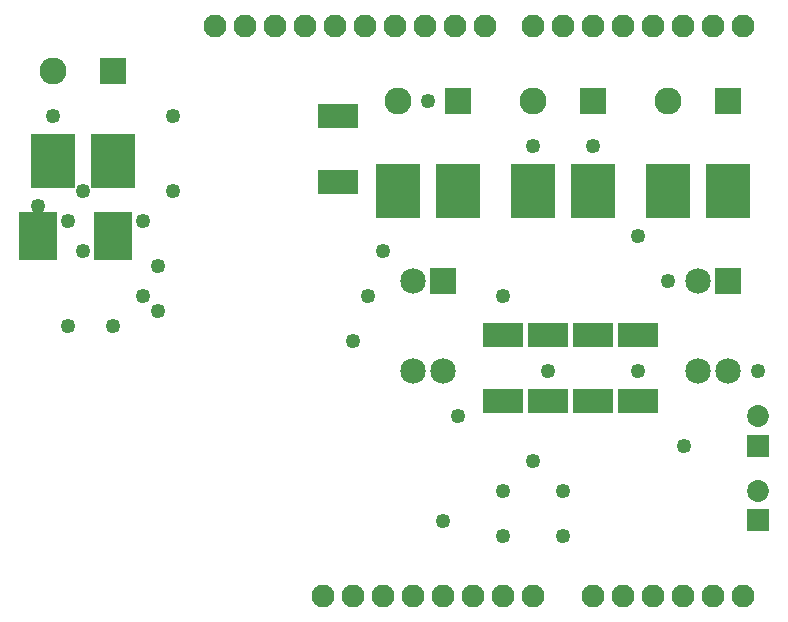
<source format=gts>
G04 MADE WITH FRITZING*
G04 WWW.FRITZING.ORG*
G04 DOUBLE SIDED*
G04 HOLES PLATED*
G04 CONTOUR ON CENTER OF CONTOUR VECTOR*
%ASAXBY*%
%FSLAX23Y23*%
%MOIN*%
%OFA0B0*%
%SFA1.0B1.0*%
%ADD10C,0.049370*%
%ADD11C,0.076194*%
%ADD12C,0.076222*%
%ADD13C,0.090000*%
%ADD14C,0.085000*%
%ADD15C,0.072992*%
%ADD16R,0.147513X0.183810*%
%ADD17R,0.130543X0.158650*%
%ADD18R,0.090000X0.090000*%
%ADD19R,0.085000X0.085000*%
%ADD20R,0.072992X0.072992*%
%ADD21R,0.135984X0.080866*%
%LNMASK1*%
G90*
G70*
G54D10*
X1702Y452D03*
X1202Y952D03*
X1252Y1102D03*
X1302Y1252D03*
X2002Y1602D03*
X2152Y1302D03*
X1452Y1752D03*
X302Y1452D03*
X302Y1252D03*
X552Y1202D03*
X552Y1052D03*
X602Y1452D03*
X602Y1702D03*
X202Y1702D03*
X152Y1402D03*
X252Y1002D03*
X1852Y851D03*
X2152Y852D03*
X502Y1352D03*
X2252Y1152D03*
X1502Y352D03*
X2552Y852D03*
X1702Y1102D03*
X2303Y603D03*
X1552Y703D03*
X1802Y553D03*
X502Y1102D03*
X1802Y1602D03*
X402Y1002D03*
X252Y1352D03*
X1702Y302D03*
X1902Y302D03*
X1902Y452D03*
G54D11*
X2102Y103D03*
X2202Y103D03*
X2302Y103D03*
X2402Y103D03*
X2502Y103D03*
G54D12*
X1642Y2003D03*
X1542Y2003D03*
X1442Y2003D03*
X1342Y2003D03*
X1242Y2003D03*
X1142Y2003D03*
X1042Y2003D03*
X942Y2003D03*
X842Y2003D03*
X742Y2003D03*
X2502Y2003D03*
X2402Y2003D03*
X2302Y2003D03*
X2202Y2003D03*
X2102Y2003D03*
X2002Y2003D03*
X1902Y2003D03*
X1802Y2003D03*
G54D11*
X1202Y103D03*
X1102Y103D03*
X1302Y103D03*
X1402Y103D03*
X1502Y103D03*
X1602Y103D03*
X1702Y103D03*
X1802Y103D03*
X2002Y103D03*
G54D13*
X2452Y1753D03*
X2252Y1753D03*
X1552Y1752D03*
X1352Y1752D03*
X2002Y1753D03*
X1802Y1753D03*
X402Y1852D03*
X202Y1852D03*
G54D14*
X2452Y1152D03*
X2452Y852D03*
X2352Y1152D03*
X2352Y852D03*
X1502Y1152D03*
X1502Y852D03*
X1402Y1152D03*
X1402Y852D03*
G54D15*
X2552Y602D03*
X2552Y701D03*
X2552Y354D03*
X2552Y453D03*
G54D16*
X202Y1552D03*
X402Y1552D03*
X1352Y1452D03*
X1552Y1452D03*
X1802Y1452D03*
X2002Y1452D03*
X2252Y1452D03*
X2452Y1452D03*
G54D17*
X402Y1302D03*
X152Y1302D03*
G54D18*
X2452Y1753D03*
X1552Y1752D03*
X2002Y1753D03*
X402Y1852D03*
G54D19*
X2452Y1152D03*
X1502Y1152D03*
G54D20*
X2552Y602D03*
X2552Y354D03*
G54D21*
X1852Y973D03*
X1852Y752D03*
X1702Y973D03*
X1702Y752D03*
X2152Y973D03*
X2152Y752D03*
X2002Y973D03*
X2002Y752D03*
X1152Y1703D03*
X1152Y1482D03*
G04 End of Mask1*
M02*
</source>
